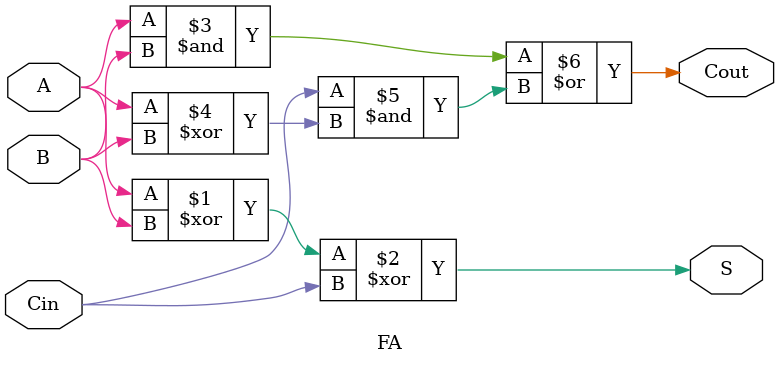
<source format=sv>
module adder_sub(
    input logic [31:0] A, B,
    input logic Mode,
    output logic [31:0] result,
    output logic Cout
);

    logic [31:0] B_xor;
    logic [31:0] S_wire;
    logic Cout_wire;
    logic Mode_wire;
    assign Mode_wire = Mode;

    always_comb begin
        B_xor = Mode ? ~B : B;     // Mode 1 ise B'yi tersine çevir
    end

    RCA rca (
        .A(A),
        .B(B_xor),
        .Cin(Mode_wire),
        .S(result),
        .Cout(Cout_wire)
    );

    assign Cout = Cout_wire; // Adjust carry out based on subtraction    

endmodule

module RCA (
    input logic [31:0] A, B, 
    output logic Cin,
    output logic [31:0] S,
    output logic Cout
);

    logic [31:0] C_wire;
    logic [31:0] S_wire;
    genvar i;

    generate
        for (i = 0; i < 32; i++) begin : FA_loop
            if (i == 0) begin
                FA fa (
                    .A(A[i]),
                    .B(B[i]),
                    .Cin(Cin),
                    .S(S[i]),
                    .Cout(C_wire[i])
                );
            end else begin
                FA fa (
                    .A(A[i]),
                    .B(B[i]),
                    .Cin(C_wire[i-1]),
                    .S(S[i]),
                    .Cout(C_wire[i])
                );
            end
        end
    endgenerate

    assign Cout = C_wire[31];
    
endmodule

module FA (
    input logic A, B, Cin,
    output logic S, Cout
);
    // Full adder logic implementation
    assign S = A ^ B ^ Cin; // Summation output
    assign Cout = (A & B) | (Cin & (A ^ B)); // Carry of adder output
endmodule

</source>
